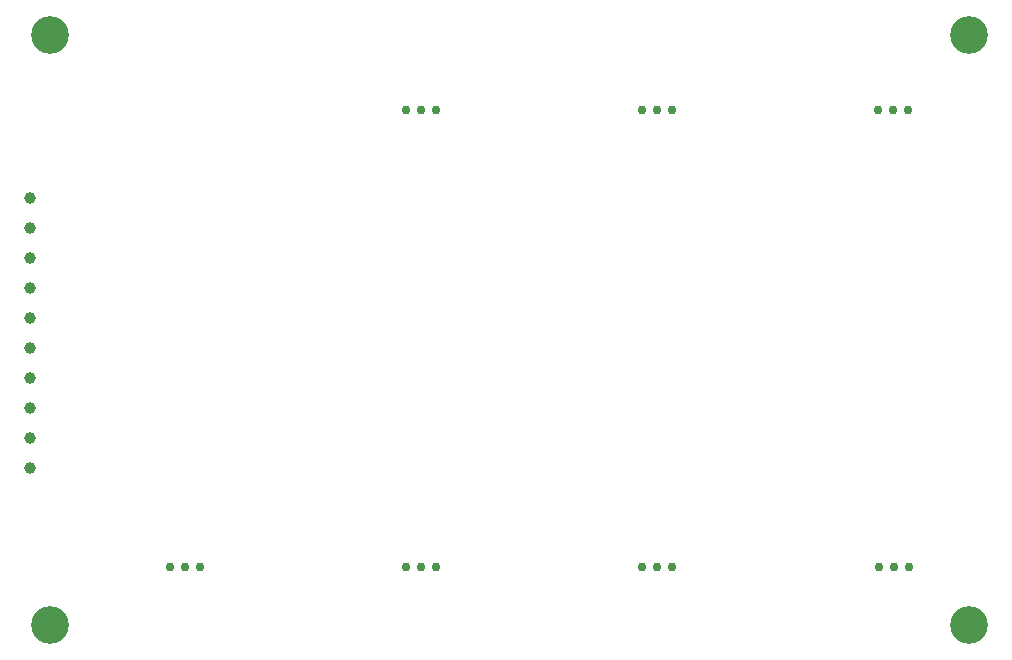
<source format=gbr>
%TF.GenerationSoftware,KiCad,Pcbnew,9.0.0*%
%TF.CreationDate,2025-06-04T23:48:25+02:00*%
%TF.ProjectId,uv_controler,75765f63-6f6e-4747-926f-6c65722e6b69,rev?*%
%TF.SameCoordinates,Original*%
%TF.FileFunction,Plated,1,2,PTH,Drill*%
%TF.FilePolarity,Positive*%
%FSLAX46Y46*%
G04 Gerber Fmt 4.6, Leading zero omitted, Abs format (unit mm)*
G04 Created by KiCad (PCBNEW 9.0.0) date 2025-06-04 23:48:25*
%MOMM*%
%LPD*%
G01*
G04 APERTURE LIST*
%TA.AperFunction,ComponentDrill*%
%ADD10C,0.750000*%
%TD*%
%TA.AperFunction,ComponentDrill*%
%ADD11C,1.000000*%
%TD*%
%TA.AperFunction,ComponentDrill*%
%ADD12C,3.200000*%
%TD*%
G04 APERTURE END LIST*
D10*
%TO.C,U6*%
X147645534Y-107097500D03*
X148915534Y-107097500D03*
X150185534Y-107097500D03*
%TO.C,U8*%
X167635534Y-68397500D03*
%TO.C,U7*%
X167645534Y-107097500D03*
%TO.C,U8*%
X168905534Y-68397500D03*
%TO.C,U7*%
X168915534Y-107097500D03*
%TO.C,U8*%
X170175534Y-68397500D03*
%TO.C,U7*%
X170185534Y-107097500D03*
%TO.C,U3*%
X187635534Y-68397500D03*
%TO.C,U4*%
X187645534Y-107097500D03*
%TO.C,U3*%
X188905534Y-68397500D03*
%TO.C,U4*%
X188915534Y-107097500D03*
%TO.C,U3*%
X190175534Y-68397500D03*
%TO.C,U4*%
X190185534Y-107097500D03*
%TO.C,U5*%
X207635534Y-68397500D03*
%TO.C,U2*%
X207645534Y-107097500D03*
%TO.C,U5*%
X208905534Y-68397500D03*
%TO.C,U2*%
X208915534Y-107097500D03*
%TO.C,U5*%
X210175534Y-68397500D03*
%TO.C,U2*%
X210185534Y-107097500D03*
D11*
%TO.C,J3*%
X135800000Y-75780000D03*
X135800000Y-78320000D03*
X135800000Y-80860000D03*
X135800000Y-83400000D03*
X135800000Y-85940000D03*
X135800000Y-88480000D03*
X135800000Y-91020000D03*
X135800000Y-93560000D03*
X135800000Y-96100000D03*
X135800000Y-98640000D03*
D12*
%TO.C,REF\u002A\u002A*%
X137485534Y-62000000D03*
X137485534Y-112000000D03*
X215335534Y-62000000D03*
X215335534Y-112000000D03*
M02*

</source>
